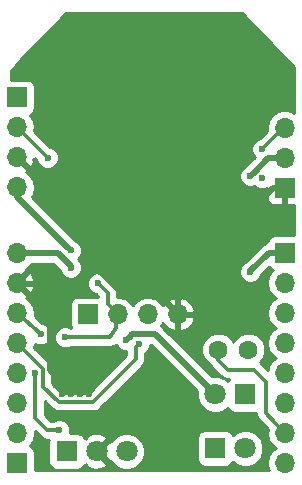
<source format=gbl>
G04 #@! TF.GenerationSoftware,KiCad,Pcbnew,(5.0.0-3-g5ebb6b6)*
G04 #@! TF.CreationDate,2018-08-17T00:10:27+02:00*
G04 #@! TF.ProjectId,PTL-IR_remote,50544C2D49525F72656D6F74652E6B69,v1.1*
G04 #@! TF.SameCoordinates,PXa4b7f80PY71d9820*
G04 #@! TF.FileFunction,Copper,L2,Bot,Signal*
G04 #@! TF.FilePolarity,Positive*
%FSLAX46Y46*%
G04 Gerber Fmt 4.6, Leading zero omitted, Abs format (unit mm)*
G04 Created by KiCad (PCBNEW (5.0.0-3-g5ebb6b6)) date 2018 August 17, Friday 00:10:27*
%MOMM*%
%LPD*%
G01*
G04 APERTURE LIST*
G04 #@! TA.AperFunction,ComponentPad*
%ADD10R,1.700000X1.700000*%
G04 #@! TD*
G04 #@! TA.AperFunction,ComponentPad*
%ADD11O,1.700000X1.700000*%
G04 #@! TD*
G04 #@! TA.AperFunction,ComponentPad*
%ADD12C,1.600000*%
G04 #@! TD*
G04 #@! TA.AperFunction,ComponentPad*
%ADD13R,1.800000X1.800000*%
G04 #@! TD*
G04 #@! TA.AperFunction,ComponentPad*
%ADD14C,1.800000*%
G04 #@! TD*
G04 #@! TA.AperFunction,ViaPad*
%ADD15C,0.600000*%
G04 #@! TD*
G04 #@! TA.AperFunction,Conductor*
%ADD16C,0.500000*%
G04 #@! TD*
G04 #@! TA.AperFunction,Conductor*
%ADD17C,0.300000*%
G04 #@! TD*
G04 #@! TA.AperFunction,Conductor*
%ADD18C,0.400000*%
G04 #@! TD*
G04 #@! TA.AperFunction,Conductor*
%ADD19C,0.254000*%
G04 #@! TD*
G04 APERTURE END LIST*
D10*
G04 #@! TO.P,DHT22,1*
G04 #@! TO.N,+3V3*
X7239000Y13900000D03*
D11*
G04 #@! TO.P,DHT22,2*
G04 #@! TO.N,DHT*
X9779000Y13900000D03*
G04 #@! TO.P,DHT22,3*
G04 #@! TO.N,N/C*
X12319000Y13900000D03*
G04 #@! TO.P,DHT22,4*
G04 #@! TO.N,GNDREF*
X14859000Y13900000D03*
G04 #@! TD*
G04 #@! TO.P,J1,8*
G04 #@! TO.N,Net-(J1-Pad8)*
X23939500Y1333500D03*
G04 #@! TO.P,J1,7*
G04 #@! TO.N,PhR*
X23939500Y3873500D03*
G04 #@! TO.P,J1,6*
G04 #@! TO.N,Net-(J1-Pad6)*
X23939500Y6413500D03*
G04 #@! TO.P,J1,5*
G04 #@! TO.N,IRM*
X23939500Y8953500D03*
G04 #@! TO.P,J1,4*
G04 #@! TO.N,OneW*
X23939500Y11493500D03*
G04 #@! TO.P,J1,3*
G04 #@! TO.N,Net-(J1-Pad3)*
X23939500Y14033500D03*
G04 #@! TO.P,J1,2*
G04 #@! TO.N,Net-(J1-Pad2)*
X23939500Y16573500D03*
D10*
G04 #@! TO.P,J1,1*
G04 #@! TO.N,+3V3*
X23939500Y19113500D03*
G04 #@! TD*
G04 #@! TO.P,J2,1*
G04 #@! TO.N,Net-(J2-Pad1)*
X1270000Y1270000D03*
D11*
G04 #@! TO.P,J2,2*
G04 #@! TO.N,Net-(J2-Pad2)*
X1270000Y3810000D03*
G04 #@! TO.P,J2,3*
G04 #@! TO.N,DHT*
X1270000Y6350000D03*
G04 #@! TO.P,J2,4*
G04 #@! TO.N,SDA*
X1270000Y8890000D03*
G04 #@! TO.P,J2,5*
G04 #@! TO.N,IR*
X1270000Y11430000D03*
G04 #@! TO.P,J2,6*
G04 #@! TO.N,RGB*
X1270000Y13970000D03*
G04 #@! TO.P,J2,7*
G04 #@! TO.N,GNDREF*
X1270000Y16510000D03*
G04 #@! TO.P,J2,8*
G04 #@! TO.N,+5V*
X1270000Y19050000D03*
G04 #@! TD*
D12*
G04 #@! TO.P,PR1,1*
G04 #@! TO.N,+3V3*
X20840000Y10900000D03*
G04 #@! TO.P,PR1,2*
G04 #@! TO.N,PhR*
X18300000Y10900000D03*
G04 #@! TD*
D13*
G04 #@! TO.P,D2,1*
G04 #@! TO.N,Net-(D1-Pad2)*
X20574000Y7112000D03*
D14*
G04 #@! TO.P,D2,2*
G04 #@! TO.N,+5V*
X18034000Y7112000D03*
G04 #@! TD*
D10*
G04 #@! TO.P,J4,1*
G04 #@! TO.N,GNDREF*
X23900000Y24600000D03*
D11*
G04 #@! TO.P,J4,2*
G04 #@! TO.N,+3V3*
X23900000Y27140000D03*
G04 #@! TO.P,J4,3*
G04 #@! TO.N,OneW*
X23900000Y29680000D03*
G04 #@! TD*
D10*
G04 #@! TO.P,bme280,1*
G04 #@! TO.N,SDA*
X1270000Y32258000D03*
D11*
G04 #@! TO.P,bme280,2*
G04 #@! TO.N,Net-(JP1-Pad2)*
X1270000Y29718000D03*
G04 #@! TO.P,bme280,3*
G04 #@! TO.N,GNDREF*
X1270000Y27178000D03*
G04 #@! TO.P,bme280,4*
G04 #@! TO.N,+3V3*
X1270000Y24638000D03*
G04 #@! TD*
D14*
G04 #@! TO.P,D1,2*
G04 #@! TO.N,Net-(D1-Pad2)*
X20574000Y2540000D03*
D13*
G04 #@! TO.P,D1,1*
G04 #@! TO.N,Net-(D1-Pad1)*
X18034000Y2540000D03*
G04 #@! TD*
G04 #@! TO.P,U1,1*
G04 #@! TO.N,IRM*
X5461000Y2286000D03*
D14*
G04 #@! TO.P,U1,2*
G04 #@! TO.N,GNDREF*
X8001000Y2286000D03*
G04 #@! TO.P,U1,3*
G04 #@! TO.N,Net-(C1-Pad1)*
X10541000Y2286000D03*
G04 #@! TD*
D15*
G04 #@! TO.N,+3V3*
X5800000Y19300000D03*
X21000000Y17499990D03*
X21000000Y25600000D03*
G04 #@! TO.N,+5V*
X10500006Y11700000D03*
X5800010Y17821990D03*
G04 #@! TO.N,DHT*
X8128000Y16510000D03*
X5334000Y11938000D03*
G04 #@! TO.N,OneW*
X22000000Y27899992D03*
X22000000Y25400000D03*
G04 #@! TO.N,IR*
X11600000Y11399998D03*
G04 #@! TO.N,GNDREF*
X6858000Y8636000D03*
X6096000Y8636000D03*
X5334000Y8636000D03*
X5334000Y7874000D03*
X6096000Y7874000D03*
X6858000Y7874000D03*
X7366000Y7112000D03*
X6604000Y7112000D03*
X5842000Y7112000D03*
X5080000Y7112000D03*
X4572000Y8636000D03*
X4572000Y7874000D03*
X7620000Y7874000D03*
X14900000Y8000000D03*
X12446000Y6731000D03*
X12700000Y9144000D03*
X20066000Y23114000D03*
X19177000Y24511000D03*
X19939000Y26035000D03*
X19812000Y28194000D03*
X24130000Y34798000D03*
X20066000Y38862000D03*
X5334000Y38862000D03*
X1778000Y35306000D03*
X16002000Y3302000D03*
X13208000Y3302000D03*
X16383000Y6223000D03*
X19050000Y5588000D03*
X4544000Y23876000D03*
X6830000Y21590000D03*
X4572000Y13970000D03*
X3302000Y1270000D03*
X3683000Y15748000D03*
X4572000Y15748000D03*
X12065000Y39116000D03*
X12954000Y39116000D03*
X9652000Y23114000D03*
X9652000Y21336000D03*
X9652000Y18288000D03*
X3302000Y3302000D03*
G04 #@! TO.N,RGB*
X3250001Y12192000D03*
X2794000Y8890000D03*
X4826000Y4064000D03*
G04 #@! TO.N,Net-(JP1-Pad2)*
X3834000Y27154000D03*
G04 #@! TD*
D16*
G04 #@! TO.N,+3V3*
X1270000Y23830000D02*
X5500001Y19599999D01*
X5500001Y19599999D02*
X5800000Y19300000D01*
X1270000Y24574500D02*
X1270000Y23830000D01*
X23939500Y19113500D02*
X22589500Y19113500D01*
X22589500Y19113500D02*
X21000000Y17524000D01*
X21000000Y17524000D02*
X21000000Y17499990D01*
X21299999Y25899999D02*
X21000000Y25600000D01*
X22500000Y27100000D02*
X21299999Y25899999D01*
X23900000Y27100000D02*
X22500000Y27100000D01*
G04 #@! TO.N,+5V*
X18034000Y7112000D02*
X12946001Y12199999D01*
X11000005Y12199999D02*
X10800005Y11999999D01*
X10800005Y11999999D02*
X10500006Y11700000D01*
X12946001Y12199999D02*
X11000005Y12199999D01*
X4699000Y19050000D02*
X5800010Y17948990D01*
X1270000Y19050000D02*
X4699000Y19050000D01*
D17*
G04 #@! TO.N,DHT*
X8929001Y14749999D02*
X8929001Y15708999D01*
X9779000Y13900000D02*
X8929001Y14749999D01*
X8929001Y15708999D02*
X8128000Y16510000D01*
X9652000Y13773000D02*
X9779000Y13900000D01*
X9652000Y12700000D02*
X9652000Y13773000D01*
X9144000Y11938000D02*
X9652000Y12700000D01*
X5334000Y11938000D02*
X9144000Y11938000D01*
G04 #@! TO.N,OneW*
X22299999Y28199991D02*
X22000000Y27899992D01*
X23900000Y29700000D02*
X23800008Y29700000D01*
X23800008Y29700000D02*
X22299999Y28199991D01*
G04 #@! TO.N,PhR*
X18300000Y10000000D02*
X18300000Y10900000D01*
X23089501Y4723499D02*
X23076501Y4723499D01*
X23939500Y3873500D02*
X23089501Y4723499D01*
X19100000Y9200000D02*
X18300000Y10000000D01*
X22300000Y5500000D02*
X22300000Y8200000D01*
X23076501Y4723499D02*
X22300000Y5500000D01*
X22300000Y8200000D02*
X21300000Y9200000D01*
X21300000Y9200000D02*
X19100000Y9200000D01*
G04 #@! TO.N,IR*
X7678001Y6461999D02*
X4767999Y6461999D01*
X11300001Y10083999D02*
X7678001Y6461999D01*
X11300001Y11099999D02*
X11300001Y10083999D01*
X11600000Y11399998D02*
X11300001Y11099999D01*
X2119999Y10580001D02*
X1270000Y11430000D01*
X3463991Y9236009D02*
X2119999Y10580001D01*
X3463991Y7766007D02*
X3463991Y9236009D01*
X4767999Y6461999D02*
X3463991Y7766007D01*
D16*
G04 #@! TO.N,GNDREF*
X7800000Y20620000D02*
X7800000Y18000000D01*
X1300000Y27120000D02*
X4544000Y23876000D01*
X13600000Y15159000D02*
X14859000Y13900000D01*
X7800000Y18000000D02*
X10200000Y15600000D01*
X13600000Y15600000D02*
X13600000Y15159000D01*
X10200000Y15600000D02*
X13600000Y15600000D01*
X22900000Y24600000D02*
X23900000Y24600000D01*
X20500000Y22200000D02*
X22900000Y24600000D01*
X20500000Y18600000D02*
X20500000Y22200000D01*
X13600000Y15600000D02*
X17500000Y15600000D01*
X17500000Y15600000D02*
X20500000Y18600000D01*
X4544000Y23876000D02*
X6830000Y21590000D01*
X6830000Y21590000D02*
X7800000Y20620000D01*
D18*
X3810000Y13970000D02*
X3810000Y13970000D01*
D16*
X1270000Y16510000D02*
X3810000Y13970000D01*
X3810000Y13970000D02*
X4572000Y13970000D01*
X1270000Y16510000D02*
X2540000Y17780000D01*
X2540000Y17780000D02*
X3556000Y17780000D01*
X4572000Y16764000D02*
X4572000Y15748000D01*
X3556000Y17780000D02*
X4572000Y16764000D01*
X4064000Y13462000D02*
X4272001Y13670001D01*
X4272001Y13670001D02*
X4572000Y13970000D01*
X4064000Y9144000D02*
X4064000Y13462000D01*
X4572000Y8636000D02*
X4064000Y9144000D01*
D17*
G04 #@! TO.N,RGB*
X1270000Y13970000D02*
X3250001Y12192000D01*
X2794000Y8890000D02*
X2794000Y6858000D01*
X2794000Y6858000D02*
X2794000Y5080000D01*
X2794000Y5080000D02*
X3810000Y4064000D01*
X3810000Y4064000D02*
X4826000Y4064000D01*
G04 #@! TO.N,Net-(JP1-Pad2)*
X1840000Y29660000D02*
X1300000Y29660000D01*
X3834000Y27154000D02*
X1270000Y29718000D01*
G04 #@! TD*
D19*
G04 #@! TO.N,GNDREF*
G36*
X16499000Y7395421D02*
X16499000Y6806670D01*
X16732690Y6242493D01*
X17164493Y5810690D01*
X17728670Y5577000D01*
X18339330Y5577000D01*
X18903507Y5810690D01*
X19072725Y5979908D01*
X19075843Y5964235D01*
X19216191Y5754191D01*
X19426235Y5613843D01*
X19674000Y5564560D01*
X21474000Y5564560D01*
X21514048Y5572526D01*
X21499622Y5500000D01*
X21515000Y5422688D01*
X21515000Y5422685D01*
X21560546Y5193709D01*
X21734047Y4934047D01*
X21799592Y4890251D01*
X22466754Y4223088D01*
X22488478Y4190576D01*
X22425408Y3873500D01*
X22540661Y3294082D01*
X22868875Y2802875D01*
X23167261Y2603500D01*
X22868875Y2404125D01*
X22540661Y1912918D01*
X22425408Y1333500D01*
X22540661Y754082D01*
X22570116Y710000D01*
X2767440Y710000D01*
X2767440Y2120000D01*
X2718157Y2367765D01*
X2577809Y2577809D01*
X2367765Y2718157D01*
X2322381Y2727184D01*
X2340625Y2739375D01*
X2668839Y3230582D01*
X2784092Y3810000D01*
X2741943Y4021900D01*
X3200253Y3563589D01*
X3244047Y3498047D01*
X3309589Y3454253D01*
X3309591Y3454251D01*
X3441430Y3366159D01*
X3503708Y3324546D01*
X3732684Y3279000D01*
X3732688Y3279000D01*
X3810000Y3263622D01*
X3887312Y3279000D01*
X3932059Y3279000D01*
X3913560Y3186000D01*
X3913560Y1386000D01*
X3962843Y1138235D01*
X4103191Y928191D01*
X4313235Y787843D01*
X4561000Y738560D01*
X6361000Y738560D01*
X6608765Y787843D01*
X6818809Y928191D01*
X6951058Y1126114D01*
X6985890Y1091282D01*
X7100447Y1205839D01*
X7186852Y949357D01*
X7760336Y739542D01*
X8370460Y765161D01*
X8815148Y949357D01*
X8901554Y1205841D01*
X8001000Y2106395D01*
X7986858Y2092252D01*
X7807253Y2271857D01*
X7821395Y2286000D01*
X8180605Y2286000D01*
X9081159Y1385446D01*
X9231562Y1436115D01*
X9239690Y1416493D01*
X9671493Y984690D01*
X10235670Y751000D01*
X10846330Y751000D01*
X11410507Y984690D01*
X11842310Y1416493D01*
X12076000Y1980670D01*
X12076000Y2591330D01*
X11842310Y3155507D01*
X11557817Y3440000D01*
X16486560Y3440000D01*
X16486560Y1640000D01*
X16535843Y1392235D01*
X16676191Y1182191D01*
X16886235Y1041843D01*
X17134000Y992560D01*
X18934000Y992560D01*
X19181765Y1041843D01*
X19391809Y1182191D01*
X19532157Y1392235D01*
X19535275Y1407908D01*
X19704493Y1238690D01*
X20268670Y1005000D01*
X20879330Y1005000D01*
X21443507Y1238690D01*
X21875310Y1670493D01*
X22109000Y2234670D01*
X22109000Y2845330D01*
X21875310Y3409507D01*
X21443507Y3841310D01*
X20879330Y4075000D01*
X20268670Y4075000D01*
X19704493Y3841310D01*
X19535275Y3672092D01*
X19532157Y3687765D01*
X19391809Y3897809D01*
X19181765Y4038157D01*
X18934000Y4087440D01*
X17134000Y4087440D01*
X16886235Y4038157D01*
X16676191Y3897809D01*
X16535843Y3687765D01*
X16486560Y3440000D01*
X11557817Y3440000D01*
X11410507Y3587310D01*
X10846330Y3821000D01*
X10235670Y3821000D01*
X9671493Y3587310D01*
X9239690Y3155507D01*
X9231562Y3135885D01*
X9081159Y3186554D01*
X8180605Y2286000D01*
X7821395Y2286000D01*
X7807253Y2300142D01*
X7986858Y2479747D01*
X8001000Y2465605D01*
X8901554Y3366159D01*
X8815148Y3622643D01*
X8241664Y3832458D01*
X7631540Y3806839D01*
X7186852Y3622643D01*
X7100447Y3366161D01*
X6985890Y3480718D01*
X6951058Y3445886D01*
X6818809Y3643809D01*
X6608765Y3784157D01*
X6361000Y3833440D01*
X5742536Y3833440D01*
X5761000Y3878017D01*
X5761000Y4249983D01*
X5618655Y4593635D01*
X5355635Y4856655D01*
X5011983Y4999000D01*
X4640017Y4999000D01*
X4296365Y4856655D01*
X4288710Y4849000D01*
X4135158Y4849000D01*
X3579000Y5405157D01*
X3579000Y6540840D01*
X4158252Y5961588D01*
X4202046Y5896046D01*
X4267588Y5852252D01*
X4267590Y5852250D01*
X4461707Y5722545D01*
X4690683Y5676999D01*
X4690687Y5676999D01*
X4767999Y5661621D01*
X4845311Y5676999D01*
X7600689Y5676999D01*
X7678001Y5661621D01*
X7755313Y5676999D01*
X7755317Y5676999D01*
X7984293Y5722545D01*
X8243954Y5896046D01*
X8287750Y5961591D01*
X11800409Y9474250D01*
X11865954Y9518046D01*
X12039455Y9777707D01*
X12085001Y10006683D01*
X12085001Y10006687D01*
X12100379Y10083999D01*
X12085001Y10161311D01*
X12085001Y10588855D01*
X12129635Y10607343D01*
X12392655Y10870363D01*
X12535000Y11214015D01*
X12535000Y11314999D01*
X12579423Y11314999D01*
X16499000Y7395421D01*
X16499000Y7395421D01*
G37*
X16499000Y7395421D02*
X16499000Y6806670D01*
X16732690Y6242493D01*
X17164493Y5810690D01*
X17728670Y5577000D01*
X18339330Y5577000D01*
X18903507Y5810690D01*
X19072725Y5979908D01*
X19075843Y5964235D01*
X19216191Y5754191D01*
X19426235Y5613843D01*
X19674000Y5564560D01*
X21474000Y5564560D01*
X21514048Y5572526D01*
X21499622Y5500000D01*
X21515000Y5422688D01*
X21515000Y5422685D01*
X21560546Y5193709D01*
X21734047Y4934047D01*
X21799592Y4890251D01*
X22466754Y4223088D01*
X22488478Y4190576D01*
X22425408Y3873500D01*
X22540661Y3294082D01*
X22868875Y2802875D01*
X23167261Y2603500D01*
X22868875Y2404125D01*
X22540661Y1912918D01*
X22425408Y1333500D01*
X22540661Y754082D01*
X22570116Y710000D01*
X2767440Y710000D01*
X2767440Y2120000D01*
X2718157Y2367765D01*
X2577809Y2577809D01*
X2367765Y2718157D01*
X2322381Y2727184D01*
X2340625Y2739375D01*
X2668839Y3230582D01*
X2784092Y3810000D01*
X2741943Y4021900D01*
X3200253Y3563589D01*
X3244047Y3498047D01*
X3309589Y3454253D01*
X3309591Y3454251D01*
X3441430Y3366159D01*
X3503708Y3324546D01*
X3732684Y3279000D01*
X3732688Y3279000D01*
X3810000Y3263622D01*
X3887312Y3279000D01*
X3932059Y3279000D01*
X3913560Y3186000D01*
X3913560Y1386000D01*
X3962843Y1138235D01*
X4103191Y928191D01*
X4313235Y787843D01*
X4561000Y738560D01*
X6361000Y738560D01*
X6608765Y787843D01*
X6818809Y928191D01*
X6951058Y1126114D01*
X6985890Y1091282D01*
X7100447Y1205839D01*
X7186852Y949357D01*
X7760336Y739542D01*
X8370460Y765161D01*
X8815148Y949357D01*
X8901554Y1205841D01*
X8001000Y2106395D01*
X7986858Y2092252D01*
X7807253Y2271857D01*
X7821395Y2286000D01*
X8180605Y2286000D01*
X9081159Y1385446D01*
X9231562Y1436115D01*
X9239690Y1416493D01*
X9671493Y984690D01*
X10235670Y751000D01*
X10846330Y751000D01*
X11410507Y984690D01*
X11842310Y1416493D01*
X12076000Y1980670D01*
X12076000Y2591330D01*
X11842310Y3155507D01*
X11557817Y3440000D01*
X16486560Y3440000D01*
X16486560Y1640000D01*
X16535843Y1392235D01*
X16676191Y1182191D01*
X16886235Y1041843D01*
X17134000Y992560D01*
X18934000Y992560D01*
X19181765Y1041843D01*
X19391809Y1182191D01*
X19532157Y1392235D01*
X19535275Y1407908D01*
X19704493Y1238690D01*
X20268670Y1005000D01*
X20879330Y1005000D01*
X21443507Y1238690D01*
X21875310Y1670493D01*
X22109000Y2234670D01*
X22109000Y2845330D01*
X21875310Y3409507D01*
X21443507Y3841310D01*
X20879330Y4075000D01*
X20268670Y4075000D01*
X19704493Y3841310D01*
X19535275Y3672092D01*
X19532157Y3687765D01*
X19391809Y3897809D01*
X19181765Y4038157D01*
X18934000Y4087440D01*
X17134000Y4087440D01*
X16886235Y4038157D01*
X16676191Y3897809D01*
X16535843Y3687765D01*
X16486560Y3440000D01*
X11557817Y3440000D01*
X11410507Y3587310D01*
X10846330Y3821000D01*
X10235670Y3821000D01*
X9671493Y3587310D01*
X9239690Y3155507D01*
X9231562Y3135885D01*
X9081159Y3186554D01*
X8180605Y2286000D01*
X7821395Y2286000D01*
X7807253Y2300142D01*
X7986858Y2479747D01*
X8001000Y2465605D01*
X8901554Y3366159D01*
X8815148Y3622643D01*
X8241664Y3832458D01*
X7631540Y3806839D01*
X7186852Y3622643D01*
X7100447Y3366161D01*
X6985890Y3480718D01*
X6951058Y3445886D01*
X6818809Y3643809D01*
X6608765Y3784157D01*
X6361000Y3833440D01*
X5742536Y3833440D01*
X5761000Y3878017D01*
X5761000Y4249983D01*
X5618655Y4593635D01*
X5355635Y4856655D01*
X5011983Y4999000D01*
X4640017Y4999000D01*
X4296365Y4856655D01*
X4288710Y4849000D01*
X4135158Y4849000D01*
X3579000Y5405157D01*
X3579000Y6540840D01*
X4158252Y5961588D01*
X4202046Y5896046D01*
X4267588Y5852252D01*
X4267590Y5852250D01*
X4461707Y5722545D01*
X4690683Y5676999D01*
X4690687Y5676999D01*
X4767999Y5661621D01*
X4845311Y5676999D01*
X7600689Y5676999D01*
X7678001Y5661621D01*
X7755313Y5676999D01*
X7755317Y5676999D01*
X7984293Y5722545D01*
X8243954Y5896046D01*
X8287750Y5961591D01*
X11800409Y9474250D01*
X11865954Y9518046D01*
X12039455Y9777707D01*
X12085001Y10006683D01*
X12085001Y10006687D01*
X12100379Y10083999D01*
X12085001Y10161311D01*
X12085001Y10588855D01*
X12129635Y10607343D01*
X12392655Y10870363D01*
X12535000Y11214015D01*
X12535000Y11314999D01*
X12579423Y11314999D01*
X16499000Y7395421D01*
G36*
X20312517Y39374239D02*
X24690000Y34814359D01*
X24690000Y30938133D01*
X24479418Y31078839D01*
X24046256Y31165000D01*
X23753744Y31165000D01*
X23320582Y31078839D01*
X22829375Y30750625D01*
X22501161Y30259418D01*
X22385908Y29680000D01*
X22433017Y29443166D01*
X21824843Y28834992D01*
X21814017Y28834992D01*
X21470365Y28692647D01*
X21207345Y28429627D01*
X21065000Y28085975D01*
X21065000Y27714009D01*
X21207345Y27370357D01*
X21363062Y27214640D01*
X20591078Y26442656D01*
X20470365Y26392655D01*
X20207345Y26129635D01*
X20065000Y25785983D01*
X20065000Y25414017D01*
X20207345Y25070365D01*
X20470365Y24807345D01*
X20814017Y24665000D01*
X21185983Y24665000D01*
X21346303Y24731407D01*
X21470365Y24607345D01*
X21814017Y24465000D01*
X22185983Y24465000D01*
X22415000Y24559862D01*
X22415000Y24472998D01*
X22573748Y24472998D01*
X22415000Y24314250D01*
X22415000Y23623690D01*
X22511673Y23390301D01*
X22690302Y23211673D01*
X22923691Y23115000D01*
X23614250Y23115000D01*
X23773000Y23273750D01*
X23773000Y24473000D01*
X23753000Y24473000D01*
X23753000Y24727000D01*
X23773000Y24727000D01*
X23773000Y24747000D01*
X24027000Y24747000D01*
X24027000Y24727000D01*
X24047000Y24727000D01*
X24047000Y24473000D01*
X24027000Y24473000D01*
X24027000Y23273750D01*
X24185750Y23115000D01*
X24690000Y23115000D01*
X24690000Y20610940D01*
X23089500Y20610940D01*
X22841735Y20561657D01*
X22631691Y20421309D01*
X22491343Y20211265D01*
X22446826Y19987459D01*
X22244190Y19947152D01*
X22149156Y19883652D01*
X22025345Y19800924D01*
X22025344Y19800923D01*
X21951451Y19751549D01*
X21902077Y19677656D01*
X20550090Y18325668D01*
X20470365Y18292645D01*
X20207345Y18029625D01*
X20065000Y17685973D01*
X20065000Y17314007D01*
X20207345Y16970355D01*
X20470365Y16707335D01*
X20814017Y16564990D01*
X21185983Y16564990D01*
X21529635Y16707335D01*
X21792655Y16970355D01*
X21859633Y17132055D01*
X22592269Y17864690D01*
X22631691Y17805691D01*
X22841735Y17665343D01*
X22887119Y17656316D01*
X22868875Y17644125D01*
X22540661Y17152918D01*
X22425408Y16573500D01*
X22540661Y15994082D01*
X22868875Y15502875D01*
X23167261Y15303500D01*
X22868875Y15104125D01*
X22540661Y14612918D01*
X22425408Y14033500D01*
X22540661Y13454082D01*
X22868875Y12962875D01*
X23167261Y12763500D01*
X22868875Y12564125D01*
X22540661Y12072918D01*
X22425408Y11493500D01*
X22540661Y10914082D01*
X22868875Y10422875D01*
X23167261Y10223500D01*
X22868875Y10024125D01*
X22540661Y9532918D01*
X22463775Y9146382D01*
X21909748Y9700409D01*
X21865953Y9765953D01*
X21787662Y9818266D01*
X22056534Y10087138D01*
X22275000Y10614561D01*
X22275000Y11185439D01*
X22056534Y11712862D01*
X21652862Y12116534D01*
X21125439Y12335000D01*
X20554561Y12335000D01*
X20027138Y12116534D01*
X19623466Y11712862D01*
X19570000Y11583784D01*
X19516534Y11712862D01*
X19112862Y12116534D01*
X18585439Y12335000D01*
X18014561Y12335000D01*
X17487138Y12116534D01*
X17083466Y11712862D01*
X16865000Y11185439D01*
X16865000Y10614561D01*
X17083466Y10087138D01*
X17487138Y9683466D01*
X17598101Y9637503D01*
X17677921Y9518046D01*
X17734047Y9434047D01*
X17799592Y9390251D01*
X18490253Y8699589D01*
X18534047Y8634047D01*
X18599589Y8590253D01*
X18599591Y8590251D01*
X18726488Y8505461D01*
X18793708Y8460546D01*
X19022684Y8415000D01*
X19022688Y8415000D01*
X19100000Y8399622D01*
X19177312Y8415000D01*
X19179569Y8415000D01*
X19075843Y8259765D01*
X19072725Y8244092D01*
X18903507Y8413310D01*
X18339330Y8647000D01*
X17750579Y8647000D01*
X13633426Y12764152D01*
X13584050Y12838048D01*
X13453643Y12925184D01*
X13602843Y13148478D01*
X13663817Y13018642D01*
X14092076Y12628355D01*
X14502110Y12458524D01*
X14732000Y12579845D01*
X14732000Y13773000D01*
X14986000Y13773000D01*
X14986000Y12579845D01*
X15215890Y12458524D01*
X15625924Y12628355D01*
X16054183Y13018642D01*
X16300486Y13543108D01*
X16179819Y13773000D01*
X14986000Y13773000D01*
X14732000Y13773000D01*
X14712000Y13773000D01*
X14712000Y14027000D01*
X14732000Y14027000D01*
X14732000Y15220155D01*
X14986000Y15220155D01*
X14986000Y14027000D01*
X16179819Y14027000D01*
X16300486Y14256892D01*
X16054183Y14781358D01*
X15625924Y15171645D01*
X15215890Y15341476D01*
X14986000Y15220155D01*
X14732000Y15220155D01*
X14502110Y15341476D01*
X14092076Y15171645D01*
X13663817Y14781358D01*
X13602843Y14651522D01*
X13389625Y14970625D01*
X12898418Y15298839D01*
X12465256Y15385000D01*
X12172744Y15385000D01*
X11739582Y15298839D01*
X11248375Y14970625D01*
X11049000Y14672239D01*
X10849625Y14970625D01*
X10358418Y15298839D01*
X9925256Y15385000D01*
X9714001Y15385000D01*
X9714001Y15631689D01*
X9729379Y15709000D01*
X9714001Y15786311D01*
X9714001Y15786315D01*
X9668455Y16015291D01*
X9576367Y16153110D01*
X9538750Y16209408D01*
X9538748Y16209410D01*
X9494954Y16274952D01*
X9429412Y16318746D01*
X9063000Y16685157D01*
X9063000Y16695983D01*
X8920655Y17039635D01*
X8657635Y17302655D01*
X8313983Y17445000D01*
X7942017Y17445000D01*
X7598365Y17302655D01*
X7335345Y17039635D01*
X7193000Y16695983D01*
X7193000Y16324017D01*
X7335345Y15980365D01*
X7598365Y15717345D01*
X7942017Y15575000D01*
X7952843Y15575000D01*
X8140682Y15387160D01*
X8089000Y15397440D01*
X6389000Y15397440D01*
X6141235Y15348157D01*
X5931191Y15207809D01*
X5790843Y14997765D01*
X5741560Y14750000D01*
X5741560Y13050000D01*
X5790843Y12802235D01*
X5829118Y12744952D01*
X5519983Y12873000D01*
X5148017Y12873000D01*
X4804365Y12730655D01*
X4541345Y12467635D01*
X4399000Y12123983D01*
X4399000Y11752017D01*
X4541345Y11408365D01*
X4804365Y11145345D01*
X5148017Y11003000D01*
X5519983Y11003000D01*
X5863635Y11145345D01*
X5871290Y11153000D01*
X8988281Y11153000D01*
X8988676Y11152837D01*
X9143869Y11153000D01*
X9221316Y11153000D01*
X9221727Y11153082D01*
X9300967Y11153165D01*
X9373377Y11183247D01*
X9450292Y11198546D01*
X9516185Y11242575D01*
X9589362Y11272975D01*
X9642706Y11326431D01*
X9707351Y11170365D01*
X9970371Y10907345D01*
X10314023Y10765000D01*
X10515001Y10765000D01*
X10515002Y10409157D01*
X7352844Y7246999D01*
X5093157Y7246999D01*
X4248991Y8091164D01*
X4248991Y9158697D01*
X4264369Y9236009D01*
X4248991Y9313321D01*
X4248991Y9313325D01*
X4203445Y9542301D01*
X4029944Y9801962D01*
X3964399Y9845758D01*
X2729750Y11080407D01*
X2729748Y11080410D01*
X2717075Y11093083D01*
X2773608Y11377292D01*
X3064018Y11257000D01*
X3435984Y11257000D01*
X3779636Y11399345D01*
X4042656Y11662365D01*
X4185001Y12006017D01*
X4185001Y12377983D01*
X4042656Y12721635D01*
X3779636Y12984655D01*
X3435984Y13127000D01*
X3383689Y13127000D01*
X2732690Y13711583D01*
X2784092Y13970000D01*
X2668839Y14549418D01*
X2340625Y15040625D01*
X2021522Y15253843D01*
X2151358Y15314817D01*
X2541645Y15743076D01*
X2711476Y16153110D01*
X2590155Y16383000D01*
X1397000Y16383000D01*
X1397000Y16363000D01*
X1143000Y16363000D01*
X1143000Y16383000D01*
X1123000Y16383000D01*
X1123000Y16637000D01*
X1143000Y16637000D01*
X1143000Y16657000D01*
X1397000Y16657000D01*
X1397000Y16637000D01*
X2590155Y16637000D01*
X2711476Y16866890D01*
X2541645Y17276924D01*
X2151358Y17705183D01*
X2021522Y17766157D01*
X2340625Y17979375D01*
X2464656Y18165000D01*
X4332422Y18165000D01*
X4867553Y17629869D01*
X5007355Y17292355D01*
X5270375Y17029335D01*
X5614027Y16886990D01*
X5985993Y16886990D01*
X6329645Y17029335D01*
X6592665Y17292355D01*
X6735010Y17636007D01*
X6735010Y18007973D01*
X6649599Y18214173D01*
X6633661Y18294301D01*
X6487434Y18513145D01*
X6411434Y18589144D01*
X6592655Y18770365D01*
X6735000Y19114017D01*
X6735000Y19485983D01*
X6592655Y19829635D01*
X6329635Y20092655D01*
X6208922Y20142656D01*
X6187427Y20164151D01*
X6187425Y20164154D01*
X2518297Y23833281D01*
X2668839Y24058582D01*
X2784092Y24638000D01*
X2668839Y25217418D01*
X2340625Y25708625D01*
X2021522Y25921843D01*
X2151358Y25982817D01*
X2541645Y26411076D01*
X2711476Y26821110D01*
X2590156Y27050998D01*
X2755000Y27050998D01*
X2755000Y27122843D01*
X2899000Y26978843D01*
X2899000Y26968017D01*
X3041345Y26624365D01*
X3304365Y26361345D01*
X3648017Y26219000D01*
X4019983Y26219000D01*
X4363635Y26361345D01*
X4626655Y26624365D01*
X4769000Y26968017D01*
X4769000Y27339983D01*
X4626655Y27683635D01*
X4363635Y27946655D01*
X4019983Y28089000D01*
X4009157Y28089000D01*
X2717075Y29381082D01*
X2784092Y29718000D01*
X2668839Y30297418D01*
X2340625Y30788625D01*
X2322381Y30800816D01*
X2367765Y30809843D01*
X2577809Y30950191D01*
X2718157Y31160235D01*
X2767440Y31408000D01*
X2767440Y33108000D01*
X2718157Y33355765D01*
X2577809Y33565809D01*
X2367765Y33706157D01*
X2120000Y33755440D01*
X710000Y33755440D01*
X710000Y34516026D01*
X1692372Y35557733D01*
X5374354Y39390000D01*
X17932621Y39390000D01*
X20312517Y39374239D01*
X20312517Y39374239D01*
G37*
X20312517Y39374239D02*
X24690000Y34814359D01*
X24690000Y30938133D01*
X24479418Y31078839D01*
X24046256Y31165000D01*
X23753744Y31165000D01*
X23320582Y31078839D01*
X22829375Y30750625D01*
X22501161Y30259418D01*
X22385908Y29680000D01*
X22433017Y29443166D01*
X21824843Y28834992D01*
X21814017Y28834992D01*
X21470365Y28692647D01*
X21207345Y28429627D01*
X21065000Y28085975D01*
X21065000Y27714009D01*
X21207345Y27370357D01*
X21363062Y27214640D01*
X20591078Y26442656D01*
X20470365Y26392655D01*
X20207345Y26129635D01*
X20065000Y25785983D01*
X20065000Y25414017D01*
X20207345Y25070365D01*
X20470365Y24807345D01*
X20814017Y24665000D01*
X21185983Y24665000D01*
X21346303Y24731407D01*
X21470365Y24607345D01*
X21814017Y24465000D01*
X22185983Y24465000D01*
X22415000Y24559862D01*
X22415000Y24472998D01*
X22573748Y24472998D01*
X22415000Y24314250D01*
X22415000Y23623690D01*
X22511673Y23390301D01*
X22690302Y23211673D01*
X22923691Y23115000D01*
X23614250Y23115000D01*
X23773000Y23273750D01*
X23773000Y24473000D01*
X23753000Y24473000D01*
X23753000Y24727000D01*
X23773000Y24727000D01*
X23773000Y24747000D01*
X24027000Y24747000D01*
X24027000Y24727000D01*
X24047000Y24727000D01*
X24047000Y24473000D01*
X24027000Y24473000D01*
X24027000Y23273750D01*
X24185750Y23115000D01*
X24690000Y23115000D01*
X24690000Y20610940D01*
X23089500Y20610940D01*
X22841735Y20561657D01*
X22631691Y20421309D01*
X22491343Y20211265D01*
X22446826Y19987459D01*
X22244190Y19947152D01*
X22149156Y19883652D01*
X22025345Y19800924D01*
X22025344Y19800923D01*
X21951451Y19751549D01*
X21902077Y19677656D01*
X20550090Y18325668D01*
X20470365Y18292645D01*
X20207345Y18029625D01*
X20065000Y17685973D01*
X20065000Y17314007D01*
X20207345Y16970355D01*
X20470365Y16707335D01*
X20814017Y16564990D01*
X21185983Y16564990D01*
X21529635Y16707335D01*
X21792655Y16970355D01*
X21859633Y17132055D01*
X22592269Y17864690D01*
X22631691Y17805691D01*
X22841735Y17665343D01*
X22887119Y17656316D01*
X22868875Y17644125D01*
X22540661Y17152918D01*
X22425408Y16573500D01*
X22540661Y15994082D01*
X22868875Y15502875D01*
X23167261Y15303500D01*
X22868875Y15104125D01*
X22540661Y14612918D01*
X22425408Y14033500D01*
X22540661Y13454082D01*
X22868875Y12962875D01*
X23167261Y12763500D01*
X22868875Y12564125D01*
X22540661Y12072918D01*
X22425408Y11493500D01*
X22540661Y10914082D01*
X22868875Y10422875D01*
X23167261Y10223500D01*
X22868875Y10024125D01*
X22540661Y9532918D01*
X22463775Y9146382D01*
X21909748Y9700409D01*
X21865953Y9765953D01*
X21787662Y9818266D01*
X22056534Y10087138D01*
X22275000Y10614561D01*
X22275000Y11185439D01*
X22056534Y11712862D01*
X21652862Y12116534D01*
X21125439Y12335000D01*
X20554561Y12335000D01*
X20027138Y12116534D01*
X19623466Y11712862D01*
X19570000Y11583784D01*
X19516534Y11712862D01*
X19112862Y12116534D01*
X18585439Y12335000D01*
X18014561Y12335000D01*
X17487138Y12116534D01*
X17083466Y11712862D01*
X16865000Y11185439D01*
X16865000Y10614561D01*
X17083466Y10087138D01*
X17487138Y9683466D01*
X17598101Y9637503D01*
X17677921Y9518046D01*
X17734047Y9434047D01*
X17799592Y9390251D01*
X18490253Y8699589D01*
X18534047Y8634047D01*
X18599589Y8590253D01*
X18599591Y8590251D01*
X18726488Y8505461D01*
X18793708Y8460546D01*
X19022684Y8415000D01*
X19022688Y8415000D01*
X19100000Y8399622D01*
X19177312Y8415000D01*
X19179569Y8415000D01*
X19075843Y8259765D01*
X19072725Y8244092D01*
X18903507Y8413310D01*
X18339330Y8647000D01*
X17750579Y8647000D01*
X13633426Y12764152D01*
X13584050Y12838048D01*
X13453643Y12925184D01*
X13602843Y13148478D01*
X13663817Y13018642D01*
X14092076Y12628355D01*
X14502110Y12458524D01*
X14732000Y12579845D01*
X14732000Y13773000D01*
X14986000Y13773000D01*
X14986000Y12579845D01*
X15215890Y12458524D01*
X15625924Y12628355D01*
X16054183Y13018642D01*
X16300486Y13543108D01*
X16179819Y13773000D01*
X14986000Y13773000D01*
X14732000Y13773000D01*
X14712000Y13773000D01*
X14712000Y14027000D01*
X14732000Y14027000D01*
X14732000Y15220155D01*
X14986000Y15220155D01*
X14986000Y14027000D01*
X16179819Y14027000D01*
X16300486Y14256892D01*
X16054183Y14781358D01*
X15625924Y15171645D01*
X15215890Y15341476D01*
X14986000Y15220155D01*
X14732000Y15220155D01*
X14502110Y15341476D01*
X14092076Y15171645D01*
X13663817Y14781358D01*
X13602843Y14651522D01*
X13389625Y14970625D01*
X12898418Y15298839D01*
X12465256Y15385000D01*
X12172744Y15385000D01*
X11739582Y15298839D01*
X11248375Y14970625D01*
X11049000Y14672239D01*
X10849625Y14970625D01*
X10358418Y15298839D01*
X9925256Y15385000D01*
X9714001Y15385000D01*
X9714001Y15631689D01*
X9729379Y15709000D01*
X9714001Y15786311D01*
X9714001Y15786315D01*
X9668455Y16015291D01*
X9576367Y16153110D01*
X9538750Y16209408D01*
X9538748Y16209410D01*
X9494954Y16274952D01*
X9429412Y16318746D01*
X9063000Y16685157D01*
X9063000Y16695983D01*
X8920655Y17039635D01*
X8657635Y17302655D01*
X8313983Y17445000D01*
X7942017Y17445000D01*
X7598365Y17302655D01*
X7335345Y17039635D01*
X7193000Y16695983D01*
X7193000Y16324017D01*
X7335345Y15980365D01*
X7598365Y15717345D01*
X7942017Y15575000D01*
X7952843Y15575000D01*
X8140682Y15387160D01*
X8089000Y15397440D01*
X6389000Y15397440D01*
X6141235Y15348157D01*
X5931191Y15207809D01*
X5790843Y14997765D01*
X5741560Y14750000D01*
X5741560Y13050000D01*
X5790843Y12802235D01*
X5829118Y12744952D01*
X5519983Y12873000D01*
X5148017Y12873000D01*
X4804365Y12730655D01*
X4541345Y12467635D01*
X4399000Y12123983D01*
X4399000Y11752017D01*
X4541345Y11408365D01*
X4804365Y11145345D01*
X5148017Y11003000D01*
X5519983Y11003000D01*
X5863635Y11145345D01*
X5871290Y11153000D01*
X8988281Y11153000D01*
X8988676Y11152837D01*
X9143869Y11153000D01*
X9221316Y11153000D01*
X9221727Y11153082D01*
X9300967Y11153165D01*
X9373377Y11183247D01*
X9450292Y11198546D01*
X9516185Y11242575D01*
X9589362Y11272975D01*
X9642706Y11326431D01*
X9707351Y11170365D01*
X9970371Y10907345D01*
X10314023Y10765000D01*
X10515001Y10765000D01*
X10515002Y10409157D01*
X7352844Y7246999D01*
X5093157Y7246999D01*
X4248991Y8091164D01*
X4248991Y9158697D01*
X4264369Y9236009D01*
X4248991Y9313321D01*
X4248991Y9313325D01*
X4203445Y9542301D01*
X4029944Y9801962D01*
X3964399Y9845758D01*
X2729750Y11080407D01*
X2729748Y11080410D01*
X2717075Y11093083D01*
X2773608Y11377292D01*
X3064018Y11257000D01*
X3435984Y11257000D01*
X3779636Y11399345D01*
X4042656Y11662365D01*
X4185001Y12006017D01*
X4185001Y12377983D01*
X4042656Y12721635D01*
X3779636Y12984655D01*
X3435984Y13127000D01*
X3383689Y13127000D01*
X2732690Y13711583D01*
X2784092Y13970000D01*
X2668839Y14549418D01*
X2340625Y15040625D01*
X2021522Y15253843D01*
X2151358Y15314817D01*
X2541645Y15743076D01*
X2711476Y16153110D01*
X2590155Y16383000D01*
X1397000Y16383000D01*
X1397000Y16363000D01*
X1143000Y16363000D01*
X1143000Y16383000D01*
X1123000Y16383000D01*
X1123000Y16637000D01*
X1143000Y16637000D01*
X1143000Y16657000D01*
X1397000Y16657000D01*
X1397000Y16637000D01*
X2590155Y16637000D01*
X2711476Y16866890D01*
X2541645Y17276924D01*
X2151358Y17705183D01*
X2021522Y17766157D01*
X2340625Y17979375D01*
X2464656Y18165000D01*
X4332422Y18165000D01*
X4867553Y17629869D01*
X5007355Y17292355D01*
X5270375Y17029335D01*
X5614027Y16886990D01*
X5985993Y16886990D01*
X6329645Y17029335D01*
X6592665Y17292355D01*
X6735010Y17636007D01*
X6735010Y18007973D01*
X6649599Y18214173D01*
X6633661Y18294301D01*
X6487434Y18513145D01*
X6411434Y18589144D01*
X6592655Y18770365D01*
X6735000Y19114017D01*
X6735000Y19485983D01*
X6592655Y19829635D01*
X6329635Y20092655D01*
X6208922Y20142656D01*
X6187427Y20164151D01*
X6187425Y20164154D01*
X2518297Y23833281D01*
X2668839Y24058582D01*
X2784092Y24638000D01*
X2668839Y25217418D01*
X2340625Y25708625D01*
X2021522Y25921843D01*
X2151358Y25982817D01*
X2541645Y26411076D01*
X2711476Y26821110D01*
X2590156Y27050998D01*
X2755000Y27050998D01*
X2755000Y27122843D01*
X2899000Y26978843D01*
X2899000Y26968017D01*
X3041345Y26624365D01*
X3304365Y26361345D01*
X3648017Y26219000D01*
X4019983Y26219000D01*
X4363635Y26361345D01*
X4626655Y26624365D01*
X4769000Y26968017D01*
X4769000Y27339983D01*
X4626655Y27683635D01*
X4363635Y27946655D01*
X4019983Y28089000D01*
X4009157Y28089000D01*
X2717075Y29381082D01*
X2784092Y29718000D01*
X2668839Y30297418D01*
X2340625Y30788625D01*
X2322381Y30800816D01*
X2367765Y30809843D01*
X2577809Y30950191D01*
X2718157Y31160235D01*
X2767440Y31408000D01*
X2767440Y33108000D01*
X2718157Y33355765D01*
X2577809Y33565809D01*
X2367765Y33706157D01*
X2120000Y33755440D01*
X710000Y33755440D01*
X710000Y34516026D01*
X1692372Y35557733D01*
X5374354Y39390000D01*
X17932621Y39390000D01*
X20312517Y39374239D01*
G36*
X1397000Y27305000D02*
X1417000Y27305000D01*
X1417000Y27051000D01*
X1397000Y27051000D01*
X1397000Y27031000D01*
X1143000Y27031000D01*
X1143000Y27051000D01*
X1123000Y27051000D01*
X1123000Y27305000D01*
X1143000Y27305000D01*
X1143000Y27325000D01*
X1397000Y27325000D01*
X1397000Y27305000D01*
X1397000Y27305000D01*
G37*
X1397000Y27305000D02*
X1417000Y27305000D01*
X1417000Y27051000D01*
X1397000Y27051000D01*
X1397000Y27031000D01*
X1143000Y27031000D01*
X1143000Y27051000D01*
X1123000Y27051000D01*
X1123000Y27305000D01*
X1143000Y27305000D01*
X1143000Y27325000D01*
X1397000Y27325000D01*
X1397000Y27305000D01*
G04 #@! TD*
M02*

</source>
